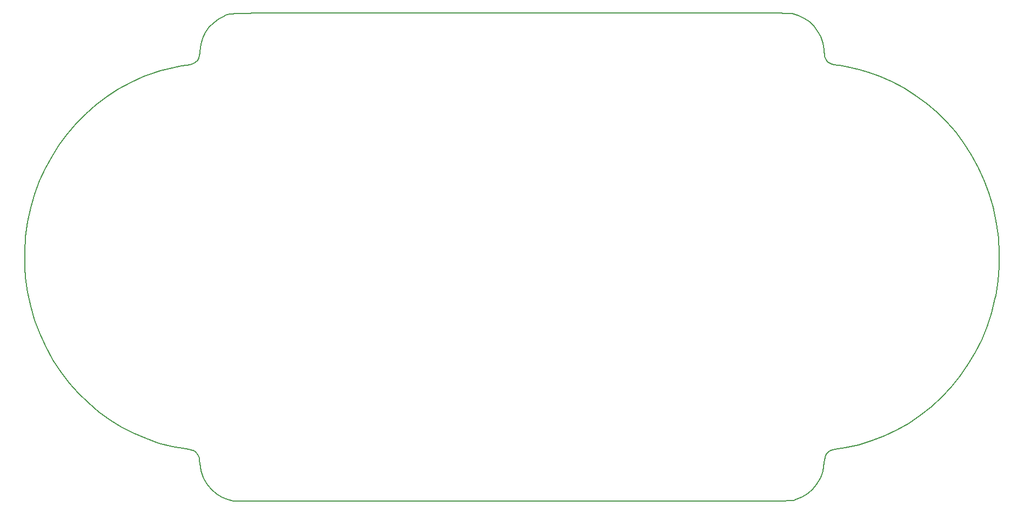
<source format=gm1>
G04 #@! TF.GenerationSoftware,KiCad,Pcbnew,(2016-12-18 revision 3ffa37c)-master*
G04 #@! TF.CreationDate,2017-05-23T14:06:46-07:00*
G04 #@! TF.ProjectId,badge-kicad,62616467652D6B696361642E6B696361,rev?*
G04 #@! TF.FileFunction,Profile,NP*
%FSLAX46Y46*%
G04 Gerber Fmt 4.6, Leading zero omitted, Abs format (unit mm)*
G04 Created by KiCad (PCBNEW (2016-12-18 revision 3ffa37c)-master) date Tuesday, May 23, 2017 'PMt' 02:06:46 PM*
%MOMM*%
%LPD*%
G01*
G04 APERTURE LIST*
%ADD10C,0.150000*%
G04 APERTURE END LIST*
D10*
X134038715Y-50644941D02*
X136660551Y-50645160D01*
X136660551Y-50645160D02*
X139433943Y-50645432D01*
X139433943Y-50645432D02*
X142363242Y-50645700D01*
X142363242Y-50645700D02*
X145452795Y-50645908D01*
X145452795Y-50645908D02*
X148706951Y-50646000D01*
X148706951Y-50646000D02*
X149000000Y-50646000D01*
X149000000Y-50646000D02*
X152251951Y-50646032D01*
X152251951Y-50646032D02*
X155338890Y-50646138D01*
X155338890Y-50646138D02*
X158265134Y-50646332D01*
X158265134Y-50646332D02*
X161035005Y-50646626D01*
X161035005Y-50646626D02*
X163652822Y-50647033D01*
X163652822Y-50647033D02*
X166122906Y-50647568D01*
X166122906Y-50647568D02*
X168449575Y-50648242D01*
X168449575Y-50648242D02*
X170637151Y-50649070D01*
X170637151Y-50649070D02*
X172689952Y-50650065D01*
X172689952Y-50650065D02*
X174612299Y-50651239D01*
X174612299Y-50651239D02*
X176408512Y-50652606D01*
X176408512Y-50652606D02*
X178082911Y-50654180D01*
X178082911Y-50654180D02*
X179639814Y-50655973D01*
X179639814Y-50655973D02*
X181083544Y-50658000D01*
X181083544Y-50658000D02*
X182418418Y-50660272D01*
X182418418Y-50660272D02*
X183648758Y-50662803D01*
X183648758Y-50662803D02*
X184778882Y-50665607D01*
X184778882Y-50665607D02*
X185813112Y-50668697D01*
X185813112Y-50668697D02*
X186755767Y-50672086D01*
X186755767Y-50672086D02*
X187611166Y-50675788D01*
X187611166Y-50675788D02*
X188383630Y-50679814D01*
X188383630Y-50679814D02*
X189077479Y-50684180D01*
X189077479Y-50684180D02*
X189697032Y-50688898D01*
X189697032Y-50688898D02*
X190246609Y-50693980D01*
X190246609Y-50693980D02*
X190730531Y-50699442D01*
X190730531Y-50699442D02*
X191153116Y-50705295D01*
X191153116Y-50705295D02*
X191518686Y-50711553D01*
X191518686Y-50711553D02*
X191831560Y-50718230D01*
X191831560Y-50718230D02*
X192096058Y-50725338D01*
X192096058Y-50725338D02*
X192316499Y-50732890D01*
X192316499Y-50732890D02*
X192497204Y-50740901D01*
X192497204Y-50740901D02*
X192642493Y-50749383D01*
X192642493Y-50749383D02*
X192756685Y-50758349D01*
X192756685Y-50758349D02*
X192844100Y-50767814D01*
X192844100Y-50767814D02*
X192909059Y-50777789D01*
X192909059Y-50777789D02*
X192923804Y-50780674D01*
X192923804Y-50780674D02*
X193903085Y-51064999D01*
X193903085Y-51064999D02*
X194797455Y-51490220D01*
X194797455Y-51490220D02*
X195598292Y-52046058D01*
X195598292Y-52046058D02*
X196296980Y-52722236D01*
X196296980Y-52722236D02*
X196884897Y-53508475D01*
X196884897Y-53508475D02*
X197353424Y-54394499D01*
X197353424Y-54394499D02*
X197693943Y-55370029D01*
X197693943Y-55370029D02*
X197897834Y-56424789D01*
X197897834Y-56424789D02*
X197930733Y-56750922D01*
X197930733Y-56750922D02*
X197969518Y-57181513D01*
X197969518Y-57181513D02*
X198011061Y-57484889D01*
X198011061Y-57484889D02*
X198065690Y-57702997D01*
X198065690Y-57702997D02*
X198143734Y-57877786D01*
X198143734Y-57877786D02*
X198248412Y-58041124D01*
X198248412Y-58041124D02*
X198416782Y-58256724D01*
X198416782Y-58256724D02*
X198598897Y-58425119D01*
X198598897Y-58425119D02*
X198822632Y-58557715D01*
X198822632Y-58557715D02*
X199115863Y-58665920D01*
X199115863Y-58665920D02*
X199506466Y-58761140D01*
X199506466Y-58761140D02*
X200022316Y-58854782D01*
X200022316Y-58854782D02*
X200372117Y-58910143D01*
X200372117Y-58910143D02*
X201929829Y-59185768D01*
X201929829Y-59185768D02*
X203390163Y-59524717D01*
X203390163Y-59524717D02*
X204818782Y-59944579D01*
X204818782Y-59944579D02*
X206281348Y-60462942D01*
X206281348Y-60462942D02*
X206535599Y-60561155D01*
X206535599Y-60561155D02*
X208515918Y-61424409D01*
X208515918Y-61424409D02*
X210417420Y-62433462D01*
X210417420Y-62433462D02*
X212234004Y-63581187D01*
X212234004Y-63581187D02*
X213959568Y-64860456D01*
X213959568Y-64860456D02*
X215588011Y-66264141D01*
X215588011Y-66264141D02*
X217113230Y-67785117D01*
X217113230Y-67785117D02*
X218529125Y-69416255D01*
X218529125Y-69416255D02*
X219829593Y-71150428D01*
X219829593Y-71150428D02*
X221008533Y-72980509D01*
X221008533Y-72980509D02*
X222059842Y-74899371D01*
X222059842Y-74899371D02*
X222977421Y-76899887D01*
X222977421Y-76899887D02*
X223755165Y-78974929D01*
X223755165Y-78974929D02*
X224386975Y-81117370D01*
X224386975Y-81117370D02*
X224490627Y-81533988D01*
X224490627Y-81533988D02*
X224935033Y-83728031D01*
X224935033Y-83728031D02*
X225222569Y-85967903D01*
X225222569Y-85967903D02*
X225352962Y-88235003D01*
X225352962Y-88235003D02*
X225325938Y-90510731D01*
X225325938Y-90510731D02*
X225141225Y-92776486D01*
X225141225Y-92776486D02*
X224798549Y-95013667D01*
X224798549Y-95013667D02*
X224696075Y-95528409D01*
X224696075Y-95528409D02*
X224155804Y-97715397D01*
X224155804Y-97715397D02*
X223457064Y-99853043D01*
X223457064Y-99853043D02*
X222605222Y-101931414D01*
X222605222Y-101931414D02*
X221605649Y-103940578D01*
X221605649Y-103940578D02*
X220463712Y-105870603D01*
X220463712Y-105870603D02*
X219184780Y-107711558D01*
X219184780Y-107711558D02*
X217774221Y-109453510D01*
X217774221Y-109453510D02*
X216342590Y-110982334D01*
X216342590Y-110982334D02*
X214722899Y-112478515D01*
X214722899Y-112478515D02*
X213008482Y-113839119D01*
X213008482Y-113839119D02*
X211207404Y-115060107D01*
X211207404Y-115060107D02*
X209327731Y-116137444D01*
X209327731Y-116137444D02*
X207377529Y-117067094D01*
X207377529Y-117067094D02*
X205364864Y-117845019D01*
X205364864Y-117845019D02*
X203297800Y-118467183D01*
X203297800Y-118467183D02*
X201184404Y-118929549D01*
X201184404Y-118929549D02*
X200126812Y-119097606D01*
X200126812Y-119097606D02*
X199615330Y-119174870D01*
X199615330Y-119174870D02*
X199238037Y-119249843D01*
X199238037Y-119249843D02*
X198960344Y-119333928D01*
X198960344Y-119333928D02*
X198747664Y-119438529D01*
X198747664Y-119438529D02*
X198565407Y-119575051D01*
X198565407Y-119575051D02*
X198501274Y-119633553D01*
X198501274Y-119633553D02*
X198290238Y-119864732D01*
X198290238Y-119864732D02*
X198140424Y-120118518D01*
X198140424Y-120118518D02*
X198037301Y-120434932D01*
X198037301Y-120434932D02*
X197966340Y-120853997D01*
X197966340Y-120853997D02*
X197929996Y-121207041D01*
X197929996Y-121207041D02*
X197846771Y-121926116D01*
X197846771Y-121926116D02*
X197724970Y-122538740D01*
X197724970Y-122538740D02*
X197548733Y-123106264D01*
X197548733Y-123106264D02*
X197302201Y-123690042D01*
X197302201Y-123690042D02*
X197271168Y-123755666D01*
X197271168Y-123755666D02*
X196757320Y-124640127D01*
X196757320Y-124640127D02*
X196112641Y-125423707D01*
X196112641Y-125423707D02*
X195349400Y-126096064D01*
X195349400Y-126096064D02*
X194479863Y-126646856D01*
X194479863Y-126646856D02*
X193516297Y-127065739D01*
X193516297Y-127065739D02*
X193238333Y-127155868D01*
X193238333Y-127155868D02*
X193195897Y-127167312D01*
X193195897Y-127167312D02*
X193143509Y-127178175D01*
X193143509Y-127178175D02*
X193076807Y-127188476D01*
X193076807Y-127188476D02*
X192991433Y-127198230D01*
X192991433Y-127198230D02*
X192883027Y-127207453D01*
X192883027Y-127207453D02*
X192747229Y-127216162D01*
X192747229Y-127216162D02*
X192579678Y-127224374D01*
X192579678Y-127224374D02*
X192376017Y-127232105D01*
X192376017Y-127232105D02*
X192131884Y-127239371D01*
X192131884Y-127239371D02*
X191842920Y-127246189D01*
X191842920Y-127246189D02*
X191504765Y-127252575D01*
X191504765Y-127252575D02*
X191113059Y-127258545D01*
X191113059Y-127258545D02*
X190663443Y-127264117D01*
X190663443Y-127264117D02*
X190151556Y-127269307D01*
X190151556Y-127269307D02*
X189573040Y-127274131D01*
X189573040Y-127274131D02*
X188923534Y-127278605D01*
X188923534Y-127278605D02*
X188198679Y-127282746D01*
X188198679Y-127282746D02*
X187394114Y-127286570D01*
X187394114Y-127286570D02*
X186505481Y-127290094D01*
X186505481Y-127290094D02*
X185528418Y-127293335D01*
X185528418Y-127293335D02*
X184458567Y-127296308D01*
X184458567Y-127296308D02*
X183291568Y-127299031D01*
X183291568Y-127299031D02*
X182023060Y-127301519D01*
X182023060Y-127301519D02*
X180648685Y-127303789D01*
X180648685Y-127303789D02*
X179164082Y-127305857D01*
X179164082Y-127305857D02*
X177564892Y-127307741D01*
X177564892Y-127307741D02*
X175846755Y-127309456D01*
X175846755Y-127309456D02*
X174005311Y-127311019D01*
X174005311Y-127311019D02*
X172036200Y-127312446D01*
X172036200Y-127312446D02*
X169935062Y-127313754D01*
X169935062Y-127313754D02*
X167697539Y-127314959D01*
X167697539Y-127314959D02*
X165319269Y-127316078D01*
X165319269Y-127316078D02*
X162795894Y-127317126D01*
X162795894Y-127317126D02*
X160123053Y-127318122D01*
X160123053Y-127318122D02*
X157296387Y-127319080D01*
X157296387Y-127319080D02*
X154311536Y-127320018D01*
X154311536Y-127320018D02*
X151164140Y-127320951D01*
X151164140Y-127320951D02*
X149338667Y-127321476D01*
X149338667Y-127321476D02*
X146145868Y-127322231D01*
X146145868Y-127322231D02*
X143048519Y-127322654D01*
X143048519Y-127322654D02*
X140049772Y-127322750D01*
X140049772Y-127322750D02*
X137152776Y-127322523D01*
X137152776Y-127322523D02*
X134360683Y-127321979D01*
X134360683Y-127321979D02*
X131676643Y-127321123D01*
X131676643Y-127321123D02*
X129103806Y-127319958D01*
X129103806Y-127319958D02*
X126645325Y-127318489D01*
X126645325Y-127318489D02*
X124304348Y-127316723D01*
X124304348Y-127316723D02*
X122084027Y-127314662D01*
X122084027Y-127314662D02*
X119987513Y-127312313D01*
X119987513Y-127312313D02*
X118017956Y-127309679D01*
X118017956Y-127309679D02*
X116178507Y-127306766D01*
X116178507Y-127306766D02*
X114472316Y-127303578D01*
X114472316Y-127303578D02*
X112902535Y-127300121D01*
X112902535Y-127300121D02*
X111472314Y-127296398D01*
X111472314Y-127296398D02*
X110184803Y-127292414D01*
X110184803Y-127292414D02*
X109043154Y-127288175D01*
X109043154Y-127288175D02*
X108050517Y-127283686D01*
X108050517Y-127283686D02*
X107210042Y-127278950D01*
X107210042Y-127278950D02*
X106524881Y-127273972D01*
X106524881Y-127273972D02*
X105998184Y-127268759D01*
X105998184Y-127268759D02*
X105633101Y-127263313D01*
X105633101Y-127263313D02*
X105432784Y-127257640D01*
X105432784Y-127257640D02*
X105397246Y-127255016D01*
X105397246Y-127255016D02*
X104452078Y-127035809D01*
X104452078Y-127035809D02*
X103557027Y-126663047D01*
X103557027Y-126663047D02*
X102727876Y-126148993D01*
X102727876Y-126148993D02*
X101980411Y-125505906D01*
X101980411Y-125505906D02*
X101330415Y-124746051D01*
X101330415Y-124746051D02*
X100793674Y-123881688D01*
X100793674Y-123881688D02*
X100634982Y-123555616D01*
X100634982Y-123555616D02*
X100455255Y-123082773D01*
X100455255Y-123082773D02*
X100293797Y-122518245D01*
X100293797Y-122518245D02*
X100165283Y-121927104D01*
X100165283Y-121927104D02*
X100084384Y-121374419D01*
X100084384Y-121374419D02*
X100063779Y-121022447D01*
X100063779Y-121022447D02*
X99990047Y-120475234D01*
X99990047Y-120475234D02*
X99783511Y-119986530D01*
X99783511Y-119986530D02*
X99461933Y-119588044D01*
X99461933Y-119588044D02*
X99128356Y-119352673D01*
X99128356Y-119352673D02*
X98961361Y-119297127D01*
X98961361Y-119297127D02*
X98668458Y-119230313D01*
X98668458Y-119230313D02*
X98291895Y-119160888D01*
X98291895Y-119160888D02*
X97900690Y-119101159D01*
X97900690Y-119101159D02*
X95785459Y-118725774D01*
X95785459Y-118725774D02*
X93714150Y-118190154D01*
X93714150Y-118190154D02*
X91694437Y-117499469D01*
X91694437Y-117499469D02*
X89733992Y-116658892D01*
X89733992Y-116658892D02*
X87840490Y-115673594D01*
X87840490Y-115673594D02*
X86021604Y-114548749D01*
X86021604Y-114548749D02*
X84285008Y-113289526D01*
X84285008Y-113289526D02*
X82638375Y-111901100D01*
X82638375Y-111901100D02*
X81089379Y-110388641D01*
X81089379Y-110388641D02*
X79645693Y-108757321D01*
X79645693Y-108757321D02*
X78314992Y-107012313D01*
X78314992Y-107012313D02*
X77104948Y-105158789D01*
X77104948Y-105158789D02*
X77030854Y-105035012D01*
X77030854Y-105035012D02*
X75944905Y-103055214D01*
X75944905Y-103055214D02*
X75013679Y-101021324D01*
X75013679Y-101021324D02*
X74234665Y-98925756D01*
X74234665Y-98925756D02*
X73605349Y-96760922D01*
X73605349Y-96760922D02*
X73123222Y-94519231D01*
X73123222Y-94519231D02*
X72788498Y-92217333D01*
X72788498Y-92217333D02*
X72748598Y-91744152D01*
X72748598Y-91744152D02*
X72717921Y-91136955D01*
X72717921Y-91136955D02*
X72696467Y-90430762D01*
X72696467Y-90430762D02*
X72684235Y-89660590D01*
X72684235Y-89660590D02*
X72681327Y-88888316D01*
X72681327Y-88888316D02*
X72681225Y-88861459D01*
X72681225Y-88861459D02*
X72687436Y-88068386D01*
X72687436Y-88068386D02*
X72702868Y-87316391D01*
X72702868Y-87316391D02*
X72727521Y-86640492D01*
X72727521Y-86640492D02*
X72761393Y-86075708D01*
X72761393Y-86075708D02*
X72788591Y-85782666D01*
X72788591Y-85782666D02*
X73124063Y-83467624D01*
X73124063Y-83467624D02*
X73598951Y-81243848D01*
X73598951Y-81243848D02*
X74216818Y-79101520D01*
X74216818Y-79101520D02*
X74981229Y-77030821D01*
X74981229Y-77030821D02*
X75895747Y-75021933D01*
X75895747Y-75021933D02*
X76963937Y-73065037D01*
X76963937Y-73065037D02*
X77997780Y-71431666D01*
X77997780Y-71431666D02*
X79278243Y-69677982D01*
X79278243Y-69677982D02*
X80684123Y-68026421D01*
X80684123Y-68026421D02*
X82205296Y-66484411D01*
X82205296Y-66484411D02*
X83831640Y-65059380D01*
X83831640Y-65059380D02*
X85553034Y-63758757D01*
X85553034Y-63758757D02*
X87359355Y-62589970D01*
X87359355Y-62589970D02*
X89240480Y-61560446D01*
X89240480Y-61560446D02*
X91186289Y-60677615D01*
X91186289Y-60677615D02*
X93186657Y-59948904D01*
X93186657Y-59948904D02*
X93969355Y-59710971D01*
X93969355Y-59710971D02*
X95042023Y-59427378D01*
X95042023Y-59427378D02*
X96165306Y-59174798D01*
X96165306Y-59174798D02*
X97265380Y-58968804D01*
X97265380Y-58968804D02*
X98030667Y-58854263D01*
X98030667Y-58854263D02*
X98602975Y-58757673D01*
X98602975Y-58757673D02*
X99039372Y-58628874D01*
X99039372Y-58628874D02*
X99372210Y-58454649D01*
X99372210Y-58454649D02*
X99633843Y-58221785D01*
X99633843Y-58221785D02*
X99663740Y-58187196D01*
X99663740Y-58187196D02*
X99827879Y-57954799D01*
X99827879Y-57954799D02*
X99944395Y-57687015D01*
X99944395Y-57687015D02*
X100024364Y-57344695D01*
X100024364Y-57344695D02*
X100078863Y-56888690D01*
X100078863Y-56888690D02*
X100096584Y-56657333D01*
X100096584Y-56657333D02*
X100248170Y-55608401D01*
X100248170Y-55608401D02*
X100550527Y-54624602D01*
X100550527Y-54624602D02*
X100995702Y-53717763D01*
X100995702Y-53717763D02*
X101575743Y-52899708D01*
X101575743Y-52899708D02*
X102282699Y-52182264D01*
X102282699Y-52182264D02*
X103108618Y-51577257D01*
X103108618Y-51577257D02*
X103745667Y-51230606D01*
X103745667Y-51230606D02*
X103830859Y-51187199D01*
X103830859Y-51187199D02*
X103902352Y-51145980D01*
X103902352Y-51145980D02*
X103964493Y-51106892D01*
X103964493Y-51106892D02*
X104021631Y-51069879D01*
X104021631Y-51069879D02*
X104078115Y-51034884D01*
X104078115Y-51034884D02*
X104138295Y-51001853D01*
X104138295Y-51001853D02*
X104206518Y-50970728D01*
X104206518Y-50970728D02*
X104287135Y-50941453D01*
X104287135Y-50941453D02*
X104384493Y-50913972D01*
X104384493Y-50913972D02*
X104502942Y-50888229D01*
X104502942Y-50888229D02*
X104646830Y-50864168D01*
X104646830Y-50864168D02*
X104820506Y-50841733D01*
X104820506Y-50841733D02*
X105028320Y-50820867D01*
X105028320Y-50820867D02*
X105274620Y-50801514D01*
X105274620Y-50801514D02*
X105563755Y-50783618D01*
X105563755Y-50783618D02*
X105900074Y-50767123D01*
X105900074Y-50767123D02*
X106287925Y-50751973D01*
X106287925Y-50751973D02*
X106731658Y-50738111D01*
X106731658Y-50738111D02*
X107235622Y-50725481D01*
X107235622Y-50725481D02*
X107804164Y-50714028D01*
X107804164Y-50714028D02*
X108441635Y-50703694D01*
X108441635Y-50703694D02*
X109152383Y-50694425D01*
X109152383Y-50694425D02*
X109940757Y-50686163D01*
X109940757Y-50686163D02*
X110811106Y-50678852D01*
X110811106Y-50678852D02*
X111767779Y-50672437D01*
X111767779Y-50672437D02*
X112815124Y-50666860D01*
X112815124Y-50666860D02*
X113957490Y-50662067D01*
X113957490Y-50662067D02*
X115199227Y-50658000D01*
X115199227Y-50658000D02*
X116544683Y-50654604D01*
X116544683Y-50654604D02*
X117998207Y-50651822D01*
X117998207Y-50651822D02*
X119564148Y-50649598D01*
X119564148Y-50649598D02*
X121246855Y-50647876D01*
X121246855Y-50647876D02*
X123050677Y-50646600D01*
X123050677Y-50646600D02*
X124979962Y-50645715D01*
X124979962Y-50645715D02*
X127039059Y-50645162D01*
X127039059Y-50645162D02*
X129232318Y-50644886D01*
X129232318Y-50644886D02*
X131564087Y-50644831D01*
X131564087Y-50644831D02*
X134038715Y-50644941D01*
M02*

</source>
